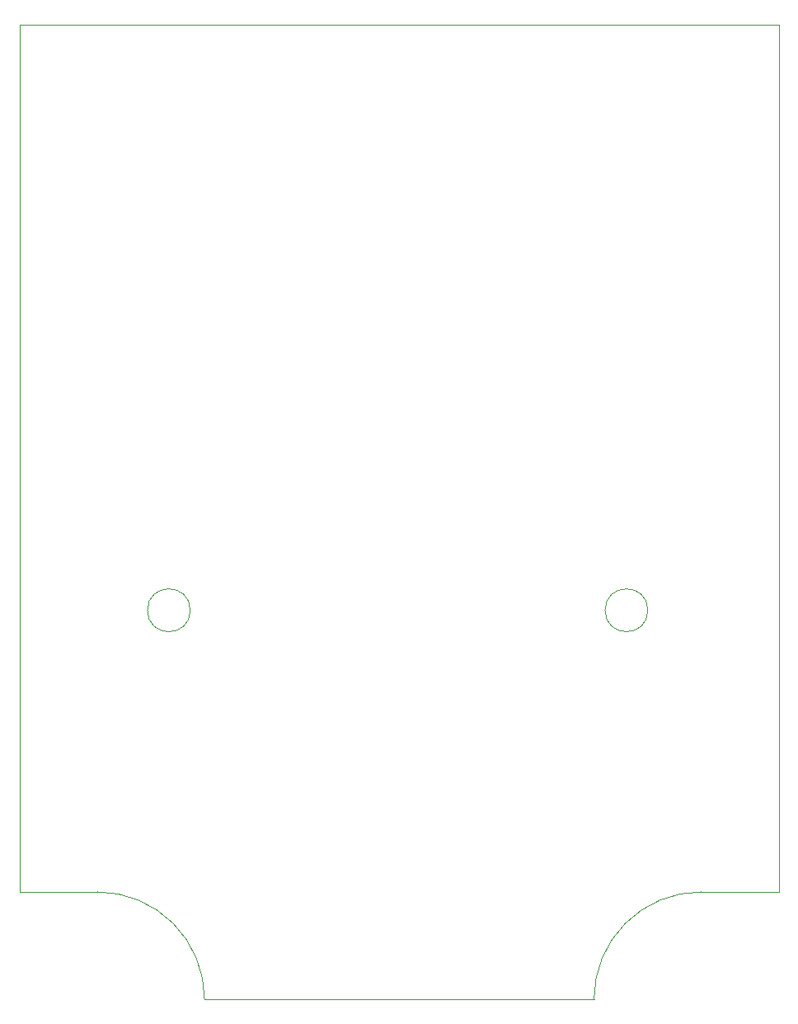
<source format=gbr>
%TF.GenerationSoftware,KiCad,Pcbnew,(6.0.0)*%
%TF.CreationDate,2022-11-14T01:45:54-08:00*%
%TF.ProjectId,button_pcb,62757474-6f6e-45f7-9063-622e6b696361,rev?*%
%TF.SameCoordinates,Original*%
%TF.FileFunction,Profile,NP*%
%FSLAX46Y46*%
G04 Gerber Fmt 4.6, Leading zero omitted, Abs format (unit mm)*
G04 Created by KiCad (PCBNEW (6.0.0)) date 2022-11-14 01:45:54*
%MOMM*%
%LPD*%
G01*
G04 APERTURE LIST*
%TA.AperFunction,Profile*%
%ADD10C,0.100000*%
%TD*%
%TA.AperFunction,Profile*%
%ADD11C,0.120000*%
%TD*%
G04 APERTURE END LIST*
D10*
X78000000Y0D02*
X78000000Y-89000000D01*
X19000000Y-100000000D02*
G75*
G03*
X8000000Y-89000000I-10999999J1D01*
G01*
X70000001Y-89000000D02*
G75*
G03*
X59000001Y-100000000I-1J-10999999D01*
G01*
X0Y-89000000D02*
X0Y0D01*
X78000000Y-89000000D02*
X70000000Y-89000000D01*
X19000000Y-100000000D02*
X59000000Y-100000000D01*
X8000000Y-89000000D02*
X0Y-89000000D01*
X0Y0D02*
X78000000Y0D01*
D11*
%TO.C,BT1*%
X17537500Y-60100000D02*
G75*
G03*
X17537500Y-60100000I-2200000J0D01*
G01*
X64537500Y-60100000D02*
G75*
G03*
X64537500Y-60100000I-2200000J0D01*
G01*
%TD*%
M02*

</source>
